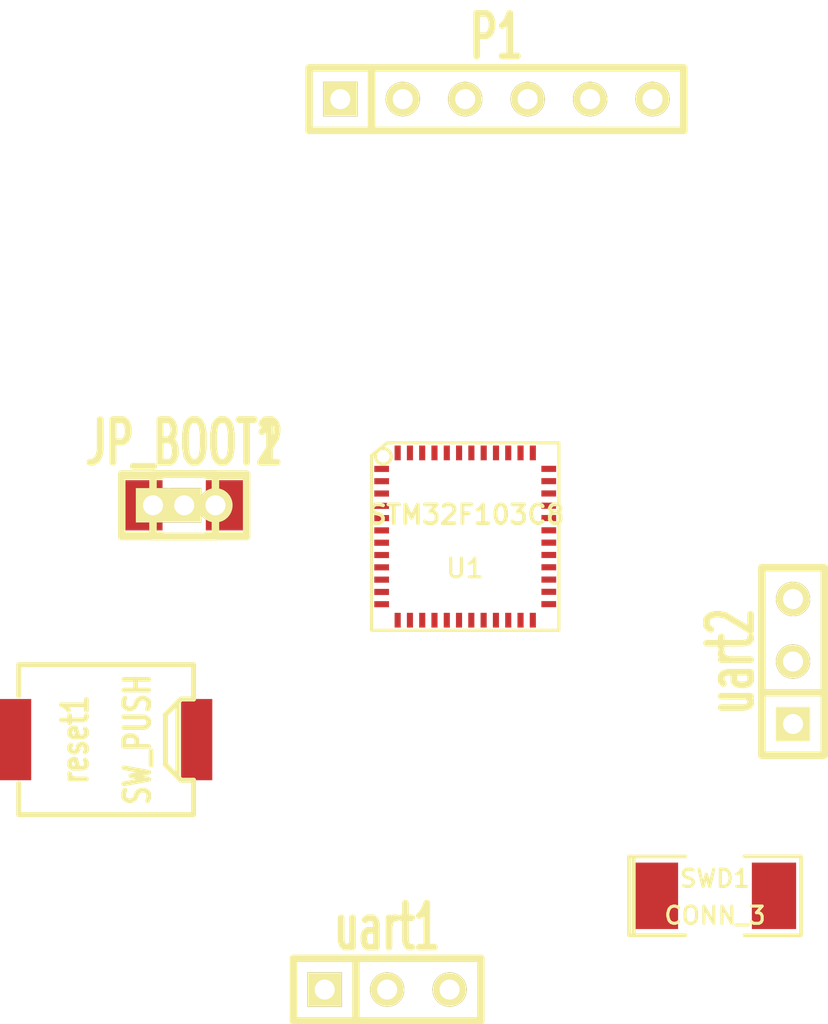
<source format=kicad_pcb>
(kicad_pcb (version 3) (host pcbnew "(2013-may-18)-stable")

  (general
    (links 38)
    (no_connects 31)
    (area -8.026401 -4.127501 8.026401 4.127501)
    (thickness 1.6)
    (drawings 0)
    (tracks 0)
    (zones 0)
    (modules 17)
    (nets 23)
  )

  (page A3)
  (layers
    (15 F.Cu signal)
    (0 B.Cu signal)
    (16 B.Adhes user)
    (17 F.Adhes user)
    (18 B.Paste user)
    (19 F.Paste user)
    (20 B.SilkS user)
    (21 F.SilkS user)
    (22 B.Mask user)
    (23 F.Mask user)
    (24 Dwgs.User user)
    (25 Cmts.User user)
    (26 Eco1.User user)
    (27 Eco2.User user)
    (28 Edge.Cuts user)
  )

  (setup
    (last_trace_width 0.254)
    (trace_clearance 0.254)
    (zone_clearance 0.508)
    (zone_45_only no)
    (trace_min 0.254)
    (segment_width 0.2)
    (edge_width 0.15)
    (via_size 0.889)
    (via_drill 0.635)
    (via_min_size 0.889)
    (via_min_drill 0.508)
    (uvia_size 0.508)
    (uvia_drill 0.127)
    (uvias_allowed no)
    (uvia_min_size 0.508)
    (uvia_min_drill 0.127)
    (pcb_text_width 0.3)
    (pcb_text_size 1 1)
    (mod_edge_width 0.15)
    (mod_text_size 1 1)
    (mod_text_width 0.15)
    (pad_size 1 1)
    (pad_drill 0.6)
    (pad_to_mask_clearance 0)
    (aux_axis_origin 0 0)
    (visible_elements FFFFFFBF)
    (pcbplotparams
      (layerselection 3178497)
      (usegerberextensions true)
      (excludeedgelayer true)
      (linewidth 0.150000)
      (plotframeref false)
      (viasonmask false)
      (mode 1)
      (useauxorigin false)
      (hpglpennumber 1)
      (hpglpenspeed 20)
      (hpglpendiameter 15)
      (hpglpenoverlay 2)
      (psnegative false)
      (psa4output false)
      (plotreference true)
      (plotvalue true)
      (plotothertext true)
      (plotinvisibletext false)
      (padsonsilk false)
      (subtractmaskfromsilk false)
      (outputformat 1)
      (mirror false)
      (drillshape 1)
      (scaleselection 1)
      (outputdirectory ""))
  )

  (net 0 "")
  (net 1 +3.3V)
  (net 2 /TX)
  (net 3 N-000001)
  (net 4 N-0000010)
  (net 5 N-0000011)
  (net 6 N-0000012)
  (net 7 N-0000013)
  (net 8 N-0000015)
  (net 9 N-0000016)
  (net 10 N-0000017)
  (net 11 N-000002)
  (net 12 N-0000020)
  (net 13 N-0000021)
  (net 14 N-0000023)
  (net 15 N-0000024)
  (net 16 N-0000044)
  (net 17 N-0000046)
  (net 18 N-0000047)
  (net 19 N-000008)
  (net 20 N-000009)
  (net 21 VDD)
  (net 22 VSS)

  (net_class Default "This is the default net class."
    (clearance 0.254)
    (trace_width 0.254)
    (via_dia 0.889)
    (via_drill 0.635)
    (uvia_dia 0.508)
    (uvia_drill 0.127)
    (add_net "")
    (add_net +3.3V)
    (add_net /TX)
    (add_net N-000001)
    (add_net N-0000010)
    (add_net N-0000011)
    (add_net N-0000012)
    (add_net N-0000013)
    (add_net N-0000015)
    (add_net N-0000016)
    (add_net N-0000017)
    (add_net N-000002)
    (add_net N-0000020)
    (add_net N-0000021)
    (add_net N-0000023)
    (add_net N-0000024)
    (add_net N-0000044)
    (add_net N-0000046)
    (add_net N-0000047)
    (add_net N-000008)
    (add_net N-000009)
    (add_net VDD)
    (add_net VSS)
  )

  (module SMD403 (layer F.Cu) (tedit 3DD3AEE0) (tstamp 52448075)
    (at -23.495 1.27)
    (path /52384A97)
    (attr smd)
    (fp_text reference reset1 (at -1.26492 0 90) (layer F.SilkS)
      (effects (font (size 1.016 0.762) (thickness 0.2032)))
    )
    (fp_text value SW_PUSH (at 1.27 0 90) (layer F.SilkS)
      (effects (font (size 1.016 0.762) (thickness 0.2032)))
    )
    (fp_line (start 2.921 -1.524) (end 2.921 1.524) (layer F.SilkS) (width 0.2032))
    (fp_line (start 3.556 -1.651) (end 3.556 -3.048) (layer F.SilkS) (width 0.2032))
    (fp_line (start 3.556 3.048) (end 3.556 1.651) (layer F.SilkS) (width 0.2032))
    (fp_line (start -3.556 3.048) (end -3.556 1.778) (layer F.SilkS) (width 0.2032))
    (fp_line (start -3.556 -3.048) (end -3.556 -1.778) (layer F.SilkS) (width 0.2032))
    (fp_line (start 3.556 1.651) (end 3.048 1.651) (layer F.SilkS) (width 0.2032))
    (fp_line (start 3.048 1.651) (end 2.413 1.016) (layer F.SilkS) (width 0.2032))
    (fp_line (start 2.413 1.016) (end 2.413 -1.016) (layer F.SilkS) (width 0.2032))
    (fp_line (start 3.556 -1.651) (end 3.048 -1.651) (layer F.SilkS) (width 0.2032))
    (fp_line (start 3.048 -1.651) (end 2.413 -1.016) (layer F.SilkS) (width 0.2032))
    (fp_line (start -3.556 -3.048) (end 3.556 -3.048) (layer F.SilkS) (width 0.2032))
    (fp_line (start 3.556 3.048) (end -3.556 3.048) (layer F.SilkS) (width 0.2032))
    (pad 1 smd rect (at -3.683 0) (size 1.27 3.302)
      (layers F.Cu F.Paste F.Mask)
      (net 21 VDD)
    )
    (pad 2 smd rect (at 3.683 0) (size 1.27 3.302)
      (layers F.Cu F.Paste F.Mask)
      (net 11 N-000002)
    )
    (model smd/chip_cms.wrl
      (at (xyz 0 0 0))
      (scale (xyz 0.3 0.3 0.3))
      (rotate (xyz 0 0 0))
    )
  )

  (module SM2010 (layer F.Cu) (tedit 510157F5) (tstamp 52448082)
    (at 1.27 7.62)
    (tags "CMS SM")
    (path /52447629)
    (attr smd)
    (fp_text reference SWD1 (at 0 -0.7) (layer F.SilkS)
      (effects (font (size 0.70104 0.70104) (thickness 0.127)))
    )
    (fp_text value CONN_3 (at 0 0.8) (layer F.SilkS)
      (effects (font (size 0.70104 0.70104) (thickness 0.127)))
    )
    (fp_line (start -3.3 -1.6) (end -3.3 1.6) (layer F.SilkS) (width 0.15))
    (fp_line (start 3.50012 -1.6002) (end 3.50012 1.6002) (layer F.SilkS) (width 0.15))
    (fp_line (start -3.5 -1.6) (end -3.5 1.6) (layer F.SilkS) (width 0.15))
    (fp_line (start 1.19634 1.60528) (end 3.48234 1.60528) (layer F.SilkS) (width 0.15))
    (fp_line (start 3.48234 -1.60528) (end 1.19634 -1.60528) (layer F.SilkS) (width 0.15))
    (fp_line (start -1.2 -1.6) (end -3.5 -1.6) (layer F.SilkS) (width 0.15))
    (fp_line (start -3.5 1.6) (end -1.2 1.6) (layer F.SilkS) (width 0.15))
    (pad 1 smd rect (at -2.4003 0) (size 1.80086 2.70002)
      (layers F.Cu F.Paste F.Mask)
      (net 12 N-0000020)
    )
    (pad 2 smd rect (at 2.4003 0) (size 1.80086 2.70002)
      (layers F.Cu F.Paste F.Mask)
      (net 13 N-0000021)
    )
    (model smd\chip_smd_pol_wide.wrl
      (at (xyz 0 0 0))
      (scale (xyz 0.35 0.35 0.35))
      (rotate (xyz 0 0 0))
    )
  )

  (module SM1206 (layer F.Cu) (tedit 42806E24) (tstamp 5244808E)
    (at -20.32 -8.255)
    (path /5241A467)
    (attr smd)
    (fp_text reference R2 (at 0 0) (layer F.SilkS)
      (effects (font (size 0.762 0.762) (thickness 0.127)))
    )
    (fp_text value 10k (at 0 0) (layer F.SilkS) hide
      (effects (font (size 0.762 0.762) (thickness 0.127)))
    )
    (fp_line (start -2.54 -1.143) (end -2.54 1.143) (layer F.SilkS) (width 0.127))
    (fp_line (start -2.54 1.143) (end -0.889 1.143) (layer F.SilkS) (width 0.127))
    (fp_line (start 0.889 -1.143) (end 2.54 -1.143) (layer F.SilkS) (width 0.127))
    (fp_line (start 2.54 -1.143) (end 2.54 1.143) (layer F.SilkS) (width 0.127))
    (fp_line (start 2.54 1.143) (end 0.889 1.143) (layer F.SilkS) (width 0.127))
    (fp_line (start -0.889 -1.143) (end -2.54 -1.143) (layer F.SilkS) (width 0.127))
    (pad 1 smd rect (at -1.651 0) (size 1.524 2.032)
      (layers F.Cu F.Paste F.Mask)
      (net 1 +3.3V)
    )
    (pad 2 smd rect (at 1.651 0) (size 1.524 2.032)
      (layers F.Cu F.Paste F.Mask)
      (net 10 N-0000017)
    )
    (model smd/chip_cms.wrl
      (at (xyz 0 0 0))
      (scale (xyz 0.17 0.16 0.16))
      (rotate (xyz 0 0 0))
    )
  )

  (module SM1206 (layer F.Cu) (tedit 42806E24) (tstamp 5244809A)
    (at -20.32 -8.255)
    (path /52445DE3)
    (attr smd)
    (fp_text reference R5 (at 0 0) (layer F.SilkS)
      (effects (font (size 0.762 0.762) (thickness 0.127)))
    )
    (fp_text value 510 (at 0 0) (layer F.SilkS) hide
      (effects (font (size 0.762 0.762) (thickness 0.127)))
    )
    (fp_line (start -2.54 -1.143) (end -2.54 1.143) (layer F.SilkS) (width 0.127))
    (fp_line (start -2.54 1.143) (end -0.889 1.143) (layer F.SilkS) (width 0.127))
    (fp_line (start 0.889 -1.143) (end 2.54 -1.143) (layer F.SilkS) (width 0.127))
    (fp_line (start 2.54 -1.143) (end 2.54 1.143) (layer F.SilkS) (width 0.127))
    (fp_line (start 2.54 1.143) (end 0.889 1.143) (layer F.SilkS) (width 0.127))
    (fp_line (start -0.889 -1.143) (end -2.54 -1.143) (layer F.SilkS) (width 0.127))
    (pad 1 smd rect (at -1.651 0) (size 1.524 2.032)
      (layers F.Cu F.Paste F.Mask)
      (net 15 N-0000024)
    )
    (pad 2 smd rect (at 1.651 0) (size 1.524 2.032)
      (layers F.Cu F.Paste F.Mask)
      (net 22 VSS)
    )
    (model smd/chip_cms.wrl
      (at (xyz 0 0 0))
      (scale (xyz 0.17 0.16 0.16))
      (rotate (xyz 0 0 0))
    )
  )

  (module SM1206 (layer F.Cu) (tedit 42806E24) (tstamp 524480A6)
    (at -20.32 -8.255)
    (path /52445DD4)
    (attr smd)
    (fp_text reference R3 (at 0 0) (layer F.SilkS)
      (effects (font (size 0.762 0.762) (thickness 0.127)))
    )
    (fp_text value 10k (at 0 0) (layer F.SilkS) hide
      (effects (font (size 0.762 0.762) (thickness 0.127)))
    )
    (fp_line (start -2.54 -1.143) (end -2.54 1.143) (layer F.SilkS) (width 0.127))
    (fp_line (start -2.54 1.143) (end -0.889 1.143) (layer F.SilkS) (width 0.127))
    (fp_line (start 0.889 -1.143) (end 2.54 -1.143) (layer F.SilkS) (width 0.127))
    (fp_line (start 2.54 -1.143) (end 2.54 1.143) (layer F.SilkS) (width 0.127))
    (fp_line (start 2.54 1.143) (end 0.889 1.143) (layer F.SilkS) (width 0.127))
    (fp_line (start -0.889 -1.143) (end -2.54 -1.143) (layer F.SilkS) (width 0.127))
    (pad 1 smd rect (at -1.651 0) (size 1.524 2.032)
      (layers F.Cu F.Paste F.Mask)
      (net 14 N-0000023)
    )
    (pad 2 smd rect (at 1.651 0) (size 1.524 2.032)
      (layers F.Cu F.Paste F.Mask)
      (net 1 +3.3V)
    )
    (model smd/chip_cms.wrl
      (at (xyz 0 0 0))
      (scale (xyz 0.17 0.16 0.16))
      (rotate (xyz 0 0 0))
    )
  )

  (module SM1206 (layer F.Cu) (tedit 42806E24) (tstamp 524480B2)
    (at -20.32 -8.255)
    (path /52419944)
    (attr smd)
    (fp_text reference R1 (at 0 0) (layer F.SilkS)
      (effects (font (size 0.762 0.762) (thickness 0.127)))
    )
    (fp_text value 330 (at 0 0) (layer F.SilkS) hide
      (effects (font (size 0.762 0.762) (thickness 0.127)))
    )
    (fp_line (start -2.54 -1.143) (end -2.54 1.143) (layer F.SilkS) (width 0.127))
    (fp_line (start -2.54 1.143) (end -0.889 1.143) (layer F.SilkS) (width 0.127))
    (fp_line (start 0.889 -1.143) (end 2.54 -1.143) (layer F.SilkS) (width 0.127))
    (fp_line (start 2.54 -1.143) (end 2.54 1.143) (layer F.SilkS) (width 0.127))
    (fp_line (start 2.54 1.143) (end 0.889 1.143) (layer F.SilkS) (width 0.127))
    (fp_line (start -0.889 -1.143) (end -2.54 -1.143) (layer F.SilkS) (width 0.127))
    (pad 1 smd rect (at -1.651 0) (size 1.524 2.032)
      (layers F.Cu F.Paste F.Mask)
    )
    (pad 2 smd rect (at 1.651 0) (size 1.524 2.032)
      (layers F.Cu F.Paste F.Mask)
      (net 1 +3.3V)
    )
    (model smd/chip_cms.wrl
      (at (xyz 0 0 0))
      (scale (xyz 0.17 0.16 0.16))
      (rotate (xyz 0 0 0))
    )
  )

  (module SM1206 (layer F.Cu) (tedit 42806E24) (tstamp 524480BE)
    (at -20.32 -8.255)
    (path /523EA337)
    (attr smd)
    (fp_text reference R4 (at 0 0) (layer F.SilkS)
      (effects (font (size 0.762 0.762) (thickness 0.127)))
    )
    (fp_text value 510 (at 0 0) (layer F.SilkS) hide
      (effects (font (size 0.762 0.762) (thickness 0.127)))
    )
    (fp_line (start -2.54 -1.143) (end -2.54 1.143) (layer F.SilkS) (width 0.127))
    (fp_line (start -2.54 1.143) (end -0.889 1.143) (layer F.SilkS) (width 0.127))
    (fp_line (start 0.889 -1.143) (end 2.54 -1.143) (layer F.SilkS) (width 0.127))
    (fp_line (start 2.54 -1.143) (end 2.54 1.143) (layer F.SilkS) (width 0.127))
    (fp_line (start 2.54 1.143) (end 0.889 1.143) (layer F.SilkS) (width 0.127))
    (fp_line (start -0.889 -1.143) (end -2.54 -1.143) (layer F.SilkS) (width 0.127))
    (pad 1 smd rect (at -1.651 0) (size 1.524 2.032)
      (layers F.Cu F.Paste F.Mask)
      (net 16 N-0000044)
    )
    (pad 2 smd rect (at 1.651 0) (size 1.524 2.032)
      (layers F.Cu F.Paste F.Mask)
      (net 22 VSS)
    )
    (model smd/chip_cms.wrl
      (at (xyz 0 0 0))
      (scale (xyz 0.17 0.16 0.16))
      (rotate (xyz 0 0 0))
    )
  )

  (module SM1206 (layer F.Cu) (tedit 42806E24) (tstamp 524480CA)
    (at -20.32 -8.255)
    (path /52384A58)
    (attr smd)
    (fp_text reference C1 (at 0 0) (layer F.SilkS)
      (effects (font (size 0.762 0.762) (thickness 0.127)))
    )
    (fp_text value 100nF (at 0 0) (layer F.SilkS) hide
      (effects (font (size 0.762 0.762) (thickness 0.127)))
    )
    (fp_line (start -2.54 -1.143) (end -2.54 1.143) (layer F.SilkS) (width 0.127))
    (fp_line (start -2.54 1.143) (end -0.889 1.143) (layer F.SilkS) (width 0.127))
    (fp_line (start 0.889 -1.143) (end 2.54 -1.143) (layer F.SilkS) (width 0.127))
    (fp_line (start 2.54 -1.143) (end 2.54 1.143) (layer F.SilkS) (width 0.127))
    (fp_line (start 2.54 1.143) (end 0.889 1.143) (layer F.SilkS) (width 0.127))
    (fp_line (start -0.889 -1.143) (end -2.54 -1.143) (layer F.SilkS) (width 0.127))
    (pad 1 smd rect (at -1.651 0) (size 1.524 2.032)
      (layers F.Cu F.Paste F.Mask)
      (net 11 N-000002)
    )
    (pad 2 smd rect (at 1.651 0) (size 1.524 2.032)
      (layers F.Cu F.Paste F.Mask)
      (net 22 VSS)
    )
    (model smd/chip_cms.wrl
      (at (xyz 0 0 0))
      (scale (xyz 0.17 0.16 0.16))
      (rotate (xyz 0 0 0))
    )
  )

  (module SM1206 (layer F.Cu) (tedit 42806E24) (tstamp 524480D6)
    (at -20.32 -8.255)
    (path /52384995)
    (attr smd)
    (fp_text reference C2 (at 0 0) (layer F.SilkS)
      (effects (font (size 0.762 0.762) (thickness 0.127)))
    )
    (fp_text value 20pF (at 0 0) (layer F.SilkS) hide
      (effects (font (size 0.762 0.762) (thickness 0.127)))
    )
    (fp_line (start -2.54 -1.143) (end -2.54 1.143) (layer F.SilkS) (width 0.127))
    (fp_line (start -2.54 1.143) (end -0.889 1.143) (layer F.SilkS) (width 0.127))
    (fp_line (start 0.889 -1.143) (end 2.54 -1.143) (layer F.SilkS) (width 0.127))
    (fp_line (start 2.54 -1.143) (end 2.54 1.143) (layer F.SilkS) (width 0.127))
    (fp_line (start 2.54 1.143) (end 0.889 1.143) (layer F.SilkS) (width 0.127))
    (fp_line (start -0.889 -1.143) (end -2.54 -1.143) (layer F.SilkS) (width 0.127))
    (pad 1 smd rect (at -1.651 0) (size 1.524 2.032)
      (layers F.Cu F.Paste F.Mask)
      (net 17 N-0000046)
    )
    (pad 2 smd rect (at 1.651 0) (size 1.524 2.032)
      (layers F.Cu F.Paste F.Mask)
      (net 22 VSS)
    )
    (model smd/chip_cms.wrl
      (at (xyz 0 0 0))
      (scale (xyz 0.17 0.16 0.16))
      (rotate (xyz 0 0 0))
    )
  )

  (module SM1206 (layer F.Cu) (tedit 42806E24) (tstamp 524480E2)
    (at -20.32 -8.255)
    (path /52384985)
    (attr smd)
    (fp_text reference C3 (at 0 0) (layer F.SilkS)
      (effects (font (size 0.762 0.762) (thickness 0.127)))
    )
    (fp_text value 20pF (at 0 0) (layer F.SilkS) hide
      (effects (font (size 0.762 0.762) (thickness 0.127)))
    )
    (fp_line (start -2.54 -1.143) (end -2.54 1.143) (layer F.SilkS) (width 0.127))
    (fp_line (start -2.54 1.143) (end -0.889 1.143) (layer F.SilkS) (width 0.127))
    (fp_line (start 0.889 -1.143) (end 2.54 -1.143) (layer F.SilkS) (width 0.127))
    (fp_line (start 2.54 -1.143) (end 2.54 1.143) (layer F.SilkS) (width 0.127))
    (fp_line (start 2.54 1.143) (end 0.889 1.143) (layer F.SilkS) (width 0.127))
    (fp_line (start -0.889 -1.143) (end -2.54 -1.143) (layer F.SilkS) (width 0.127))
    (pad 1 smd rect (at -1.651 0) (size 1.524 2.032)
      (layers F.Cu F.Paste F.Mask)
      (net 22 VSS)
    )
    (pad 2 smd rect (at 1.651 0) (size 1.524 2.032)
      (layers F.Cu F.Paste F.Mask)
      (net 18 N-0000047)
    )
    (model smd/chip_cms.wrl
      (at (xyz 0 0 0))
      (scale (xyz 0.17 0.16 0.16))
      (rotate (xyz 0 0 0))
    )
  )

  (module SM1206 (layer F.Cu) (tedit 42806E24) (tstamp 524480EE)
    (at -20.32 -8.255)
    (path /52384923)
    (attr smd)
    (fp_text reference 8MHz1 (at 0 0) (layer F.SilkS)
      (effects (font (size 0.762 0.762) (thickness 0.127)))
    )
    (fp_text value CRYSTAL (at 0 0) (layer F.SilkS) hide
      (effects (font (size 0.762 0.762) (thickness 0.127)))
    )
    (fp_line (start -2.54 -1.143) (end -2.54 1.143) (layer F.SilkS) (width 0.127))
    (fp_line (start -2.54 1.143) (end -0.889 1.143) (layer F.SilkS) (width 0.127))
    (fp_line (start 0.889 -1.143) (end 2.54 -1.143) (layer F.SilkS) (width 0.127))
    (fp_line (start 2.54 -1.143) (end 2.54 1.143) (layer F.SilkS) (width 0.127))
    (fp_line (start 2.54 1.143) (end 0.889 1.143) (layer F.SilkS) (width 0.127))
    (fp_line (start -0.889 -1.143) (end -2.54 -1.143) (layer F.SilkS) (width 0.127))
    (pad 1 smd rect (at -1.651 0) (size 1.524 2.032)
      (layers F.Cu F.Paste F.Mask)
      (net 17 N-0000046)
    )
    (pad 2 smd rect (at 1.651 0) (size 1.524 2.032)
      (layers F.Cu F.Paste F.Mask)
      (net 18 N-0000047)
    )
    (model smd/chip_cms.wrl
      (at (xyz 0 0 0))
      (scale (xyz 0.17 0.16 0.16))
      (rotate (xyz 0 0 0))
    )
  )

  (module SIL-6 (layer F.Cu) (tedit 200000) (tstamp 524480FD)
    (at -7.62 -24.765)
    (descr "Connecteur 6 pins")
    (tags "CONN DEV")
    (path /52447375)
    (fp_text reference P1 (at 0 -2.54) (layer F.SilkS)
      (effects (font (size 1.72974 1.08712) (thickness 0.3048)))
    )
    (fp_text value CONN_6 (at 0 -2.54) (layer F.SilkS) hide
      (effects (font (size 1.524 1.016) (thickness 0.3048)))
    )
    (fp_line (start -7.62 1.27) (end -7.62 -1.27) (layer F.SilkS) (width 0.3048))
    (fp_line (start -7.62 -1.27) (end 7.62 -1.27) (layer F.SilkS) (width 0.3048))
    (fp_line (start 7.62 -1.27) (end 7.62 1.27) (layer F.SilkS) (width 0.3048))
    (fp_line (start 7.62 1.27) (end -7.62 1.27) (layer F.SilkS) (width 0.3048))
    (fp_line (start -5.08 1.27) (end -5.08 -1.27) (layer F.SilkS) (width 0.3048))
    (pad 1 thru_hole rect (at -6.35 0) (size 1.397 1.397) (drill 0.8128)
      (layers *.Cu *.Mask F.SilkS)
      (net 19 N-000008)
    )
    (pad 2 thru_hole circle (at -3.81 0) (size 1.397 1.397) (drill 0.8128)
      (layers *.Cu *.Mask F.SilkS)
      (net 3 N-000001)
    )
    (pad 3 thru_hole circle (at -1.27 0) (size 1.397 1.397) (drill 0.8128)
      (layers *.Cu *.Mask F.SilkS)
      (net 20 N-000009)
    )
    (pad 4 thru_hole circle (at 1.27 0) (size 1.397 1.397) (drill 0.8128)
      (layers *.Cu *.Mask F.SilkS)
      (net 4 N-0000010)
    )
    (pad 5 thru_hole circle (at 3.81 0) (size 1.397 1.397) (drill 0.8128)
      (layers *.Cu *.Mask F.SilkS)
      (net 5 N-0000011)
    )
    (pad 6 thru_hole circle (at 6.35 0) (size 1.397 1.397) (drill 0.8128)
      (layers *.Cu *.Mask F.SilkS)
      (net 6 N-0000012)
    )
  )

  (module SIL-3 (layer F.Cu) (tedit 200000) (tstamp 52448109)
    (at -12.065 11.43)
    (descr "Connecteur 3 pins")
    (tags "CONN DEV")
    (path /52446EDB)
    (fp_text reference uart1 (at 0 -2.54) (layer F.SilkS)
      (effects (font (size 1.7907 1.07696) (thickness 0.3048)))
    )
    (fp_text value CONN1 (at 0 -2.54) (layer F.SilkS) hide
      (effects (font (size 1.524 1.016) (thickness 0.3048)))
    )
    (fp_line (start -3.81 1.27) (end -3.81 -1.27) (layer F.SilkS) (width 0.3048))
    (fp_line (start -3.81 -1.27) (end 3.81 -1.27) (layer F.SilkS) (width 0.3048))
    (fp_line (start 3.81 -1.27) (end 3.81 1.27) (layer F.SilkS) (width 0.3048))
    (fp_line (start 3.81 1.27) (end -3.81 1.27) (layer F.SilkS) (width 0.3048))
    (fp_line (start -1.27 -1.27) (end -1.27 1.27) (layer F.SilkS) (width 0.3048))
    (pad 1 thru_hole rect (at -2.54 0) (size 1.397 1.397) (drill 0.8128)
      (layers *.Cu *.Mask F.SilkS)
      (net 7 N-0000013)
    )
    (pad 2 thru_hole circle (at 0 0) (size 1.397 1.397) (drill 0.8128)
      (layers *.Cu *.Mask F.SilkS)
      (net 2 /TX)
    )
    (pad 3 thru_hole circle (at 2.54 0) (size 1.397 1.397) (drill 0.8128)
      (layers *.Cu *.Mask F.SilkS)
      (net 22 VSS)
    )
  )

  (module SIL-3 (layer F.Cu) (tedit 200000) (tstamp 52448115)
    (at 4.445 -1.905 90)
    (descr "Connecteur 3 pins")
    (tags "CONN DEV")
    (path /52446EEA)
    (fp_text reference uart2 (at 0 -2.54 90) (layer F.SilkS)
      (effects (font (size 1.7907 1.07696) (thickness 0.3048)))
    )
    (fp_text value CONN2 (at 0 -2.54 90) (layer F.SilkS) hide
      (effects (font (size 1.524 1.016) (thickness 0.3048)))
    )
    (fp_line (start -3.81 1.27) (end -3.81 -1.27) (layer F.SilkS) (width 0.3048))
    (fp_line (start -3.81 -1.27) (end 3.81 -1.27) (layer F.SilkS) (width 0.3048))
    (fp_line (start 3.81 -1.27) (end 3.81 1.27) (layer F.SilkS) (width 0.3048))
    (fp_line (start 3.81 1.27) (end -3.81 1.27) (layer F.SilkS) (width 0.3048))
    (fp_line (start -1.27 -1.27) (end -1.27 1.27) (layer F.SilkS) (width 0.3048))
    (pad 1 thru_hole rect (at -2.54 0 90) (size 1.397 1.397) (drill 0.8128)
      (layers *.Cu *.Mask F.SilkS)
      (net 22 VSS)
    )
    (pad 2 thru_hole circle (at 0 0 90) (size 1.397 1.397) (drill 0.8128)
      (layers *.Cu *.Mask F.SilkS)
      (net 9 N-0000016)
    )
    (pad 3 thru_hole circle (at 2.54 0 90) (size 1.397 1.397) (drill 0.8128)
      (layers *.Cu *.Mask F.SilkS)
      (net 8 N-0000015)
    )
  )

  (module SIL-2 (layer F.Cu) (tedit 200000) (tstamp 5244811F)
    (at -20.32 -8.255)
    (descr "Connecteurs 2 pins")
    (tags "CONN DEV")
    (path /52445DA3)
    (fp_text reference JP_BOOT2 (at 0 -2.54) (layer F.SilkS)
      (effects (font (size 1.72974 1.08712) (thickness 0.3048)))
    )
    (fp_text value BREAKER (at 0 -2.54) (layer F.SilkS) hide
      (effects (font (size 1.524 1.016) (thickness 0.3048)))
    )
    (fp_line (start -2.54 1.27) (end -2.54 -1.27) (layer F.SilkS) (width 0.3048))
    (fp_line (start -2.54 -1.27) (end 2.54 -1.27) (layer F.SilkS) (width 0.3048))
    (fp_line (start 2.54 -1.27) (end 2.54 1.27) (layer F.SilkS) (width 0.3048))
    (fp_line (start 2.54 1.27) (end -2.54 1.27) (layer F.SilkS) (width 0.3048))
    (pad 1 thru_hole rect (at -1.27 0) (size 1.397 1.397) (drill 0.8128)
      (layers *.Cu *.Mask F.SilkS)
      (net 14 N-0000023)
    )
    (pad 2 thru_hole circle (at 1.27 0) (size 1.397 1.397) (drill 0.8128)
      (layers *.Cu *.Mask F.SilkS)
      (net 15 N-0000024)
    )
  )

  (module SIL-1 (layer F.Cu) (tedit 4C5EAF64) (tstamp 52448128)
    (at -20.32 -8.255)
    (descr "Connecteurs 1 pin")
    (tags "CONN DEV")
    (path /5241A550)
    (fp_text reference JP_BOOT1 (at 0 -2.54) (layer F.SilkS)
      (effects (font (size 1.72974 1.08712) (thickness 0.27178)))
    )
    (fp_text value BREAKER (at 0 -2.54) (layer F.SilkS) hide
      (effects (font (size 1.524 1.016) (thickness 0.254)))
    )
    (fp_line (start -1.27 1.27) (end 1.27 1.27) (layer F.SilkS) (width 0.3175))
    (fp_line (start -1.27 -1.27) (end 1.27 -1.27) (layer F.SilkS) (width 0.3175))
    (fp_line (start -1.27 1.27) (end -1.27 -1.27) (layer F.SilkS) (width 0.3048))
    (fp_line (start 1.27 -1.27) (end 1.27 1.27) (layer F.SilkS) (width 0.3048))
    (pad 1 thru_hole rect (at 0 0) (size 1.397 1.397) (drill 0.8128)
      (layers *.Cu *.Mask F.SilkS)
      (net 10 N-0000017)
    )
  )

  (module QFN48 (layer F.Cu) (tedit 4D78CADD) (tstamp 52448164)
    (at -8.89 -6.985)
    (path /52384296)
    (attr smd)
    (fp_text reference U1 (at -0.01016 1.29032) (layer F.SilkS)
      (effects (font (size 0.762 0.762) (thickness 0.127)))
    )
    (fp_text value STM32F103C8 (at 0.0508 -0.889) (layer F.SilkS)
      (effects (font (size 0.762 0.762) (thickness 0.1524)))
    )
    (fp_line (start -2.921 -3.81) (end -3.175 -3.81) (layer F.SilkS) (width 0.127))
    (fp_line (start -3.175 -3.81) (end -3.81 -3.302) (layer F.SilkS) (width 0.127))
    (fp_line (start -3.81 -3.302) (end -3.81 -2.921) (layer F.SilkS) (width 0.127))
    (fp_line (start -2.921 -3.81) (end 3.81 -3.81) (layer F.SilkS) (width 0.127))
    (fp_line (start 3.81 -3.81) (end 3.81 3.81) (layer F.SilkS) (width 0.127))
    (fp_line (start 3.81 3.81) (end -3.81 3.81) (layer F.SilkS) (width 0.127))
    (fp_line (start -3.81 3.81) (end -3.81 -2.921) (layer F.SilkS) (width 0.127))
    (fp_circle (center -3.32994 -3.25882) (end -3.43154 -3.56108) (layer F.SilkS) (width 0.127))
    (pad 1 smd rect (at -3.39852 -2.74828) (size 0.59944 0.24892)
      (layers F.Cu F.Paste F.Mask)
      (net 21 VDD)
    )
    (pad 2 smd rect (at -3.39852 -2.2479) (size 0.59944 0.24892)
      (layers F.Cu F.Paste F.Mask)
    )
    (pad 3 smd rect (at -3.39852 -1.74752) (size 0.59944 0.24892)
      (layers F.Cu F.Paste F.Mask)
    )
    (pad 4 smd rect (at -3.39852 -1.24714) (size 0.59944 0.24892)
      (layers F.Cu F.Paste F.Mask)
    )
    (pad 5 smd rect (at -3.39852 -0.7493) (size 0.59944 0.24892)
      (layers F.Cu F.Paste F.Mask)
      (net 17 N-0000046)
    )
    (pad 6 smd rect (at -3.39852 -0.24892) (size 0.59944 0.24892)
      (layers F.Cu F.Paste F.Mask)
      (net 18 N-0000047)
    )
    (pad 7 smd rect (at -3.39852 0.25146) (size 0.59944 0.24892)
      (layers F.Cu F.Paste F.Mask)
      (net 11 N-000002)
    )
    (pad 8 smd rect (at -3.39852 0.75184) (size 0.59944 0.24892)
      (layers F.Cu F.Paste F.Mask)
      (net 21 VDD)
    )
    (pad 9 smd rect (at -3.39852 1.25222) (size 0.59944 0.24892)
      (layers F.Cu F.Paste F.Mask)
      (net 22 VSS)
    )
    (pad 10 smd rect (at -3.39852 1.7526) (size 0.59944 0.24892)
      (layers F.Cu F.Paste F.Mask)
    )
    (pad 11 smd rect (at -3.39852 2.25298) (size 0.59944 0.24892)
      (layers F.Cu F.Paste F.Mask)
    )
    (pad 12 smd rect (at -3.39852 2.75082) (size 0.59944 0.24892)
      (layers F.Cu F.Paste F.Mask)
      (net 2 /TX)
    )
    (pad 33 smd rect (at 3.39852 -1.25222) (size 0.59944 0.24892)
      (layers F.Cu F.Paste F.Mask)
    )
    (pad 34 smd rect (at 3.39852 -1.75006) (size 0.59944 0.24892)
      (layers F.Cu F.Paste F.Mask)
      (net 13 N-0000021)
    )
    (pad 35 smd rect (at 3.39852 -2.25044) (size 0.59944 0.24892)
      (layers F.Cu F.Paste F.Mask)
      (net 22 VSS)
    )
    (pad 36 smd rect (at 3.39852 -2.75082) (size 0.59944 0.24892)
      (layers F.Cu F.Paste F.Mask)
      (net 21 VDD)
    )
    (pad 17 smd rect (at -0.7493 3.40106) (size 0.24892 0.59944)
      (layers F.Cu F.Paste F.Mask)
    )
    (pad 18 smd rect (at -0.25146 3.40106) (size 0.24892 0.59944)
      (layers F.Cu F.Paste F.Mask)
    )
    (pad 19 smd rect (at 0.24892 3.40106) (size 0.24892 0.59944)
      (layers F.Cu F.Paste F.Mask)
    )
    (pad 20 smd rect (at 0.7493 3.40106) (size 0.24892 0.59944)
      (layers F.Cu F.Paste F.Mask)
    )
    (pad 21 smd rect (at 1.24968 3.40106) (size 0.24892 0.59944)
      (layers F.Cu F.Paste F.Mask)
    )
    (pad 22 smd rect (at 1.75006 3.40106) (size 0.24892 0.59944)
      (layers F.Cu F.Paste F.Mask)
    )
    (pad 23 smd rect (at 2.25044 3.40106) (size 0.24892 0.59944)
      (layers F.Cu F.Paste F.Mask)
      (net 22 VSS)
    )
    (pad 24 smd rect (at 2.75082 3.40106) (size 0.24892 0.59944)
      (layers F.Cu F.Paste F.Mask)
      (net 21 VDD)
    )
    (pad 13 smd rect (at -2.74828 3.40106) (size 0.24892 0.59944)
      (layers F.Cu F.Paste F.Mask)
      (net 7 N-0000013)
    )
    (pad 14 smd rect (at -2.2479 3.40106) (size 0.24892 0.59944)
      (layers F.Cu F.Paste F.Mask)
    )
    (pad 15 smd rect (at -1.74752 3.40106) (size 0.24892 0.59944)
      (layers F.Cu F.Paste F.Mask)
    )
    (pad 16 smd rect (at -1.24968 3.40106) (size 0.24892 0.59944)
      (layers F.Cu F.Paste F.Mask)
    )
    (pad 25 smd rect (at 3.39852 2.74828) (size 0.59944 0.24892)
      (layers F.Cu F.Paste F.Mask)
    )
    (pad 26 smd rect (at 3.40106 2.2479) (size 0.59944 0.24892)
      (layers F.Cu F.Paste F.Mask)
    )
    (pad 27 smd rect (at 3.40106 1.75006) (size 0.59944 0.24892)
      (layers F.Cu F.Paste F.Mask)
    )
    (pad 28 smd rect (at 3.40106 1.24968) (size 0.59944 0.24892)
      (layers F.Cu F.Paste F.Mask)
    )
    (pad 29 smd rect (at 3.40106 0.7493) (size 0.59944 0.24892)
      (layers F.Cu F.Paste F.Mask)
    )
    (pad 30 smd rect (at 3.40106 0.24892) (size 0.59944 0.24892)
      (layers F.Cu F.Paste F.Mask)
      (net 8 N-0000015)
    )
    (pad 31 smd rect (at 3.40106 -0.25146) (size 0.59944 0.24892)
      (layers F.Cu F.Paste F.Mask)
      (net 9 N-0000016)
    )
    (pad 32 smd rect (at 3.40106 -0.75184) (size 0.59944 0.24892)
      (layers F.Cu F.Paste F.Mask)
    )
    (pad 37 smd rect (at 2.75082 -3.39852) (size 0.24892 0.59944)
      (layers F.Cu F.Paste F.Mask)
      (net 12 N-0000020)
    )
    (pad 38 smd rect (at 2.25044 -3.39852) (size 0.24892 0.59944)
      (layers F.Cu F.Paste F.Mask)
      (net 6 N-0000012)
    )
    (pad 39 smd rect (at 1.75006 -3.39852) (size 0.24892 0.59944)
      (layers F.Cu F.Paste F.Mask)
      (net 5 N-0000011)
    )
    (pad 40 smd rect (at 1.25222 -3.39852) (size 0.24892 0.59944)
      (layers F.Cu F.Paste F.Mask)
      (net 4 N-0000010)
    )
    (pad 41 smd rect (at 0.75184 -3.39852) (size 0.24892 0.59944)
      (layers F.Cu F.Paste F.Mask)
      (net 20 N-000009)
    )
    (pad 42 smd rect (at 0.25146 -3.39852) (size 0.24892 0.59944)
      (layers F.Cu F.Paste F.Mask)
      (net 3 N-000001)
    )
    (pad 43 smd rect (at -0.24892 -3.39852) (size 0.24892 0.59944)
      (layers F.Cu F.Paste F.Mask)
      (net 19 N-000008)
    )
    (pad 44 smd rect (at -0.7493 -3.39852) (size 0.24892 0.59944)
      (layers F.Cu F.Paste F.Mask)
      (net 10 N-0000017)
    )
    (pad 45 smd rect (at -1.24968 -3.39852) (size 0.24892 0.59944)
      (layers F.Cu F.Paste F.Mask)
    )
    (pad 46 smd rect (at -1.75006 -3.39852) (size 0.24892 0.59944)
      (layers F.Cu F.Paste F.Mask)
    )
    (pad 47 smd rect (at -2.2479 -3.39852) (size 0.24892 0.59944)
      (layers F.Cu F.Paste F.Mask)
      (net 22 VSS)
    )
    (pad 48 smd rect (at -2.74828 -3.39852) (size 0.24892 0.59944)
      (layers F.Cu F.Paste F.Mask)
    )
    (model smd\qfn48.wrl
      (at (xyz 0 0 0))
      (scale (xyz 0.18 0.18 0.2))
      (rotate (xyz 0 0 0))
    )
  )

)

</source>
